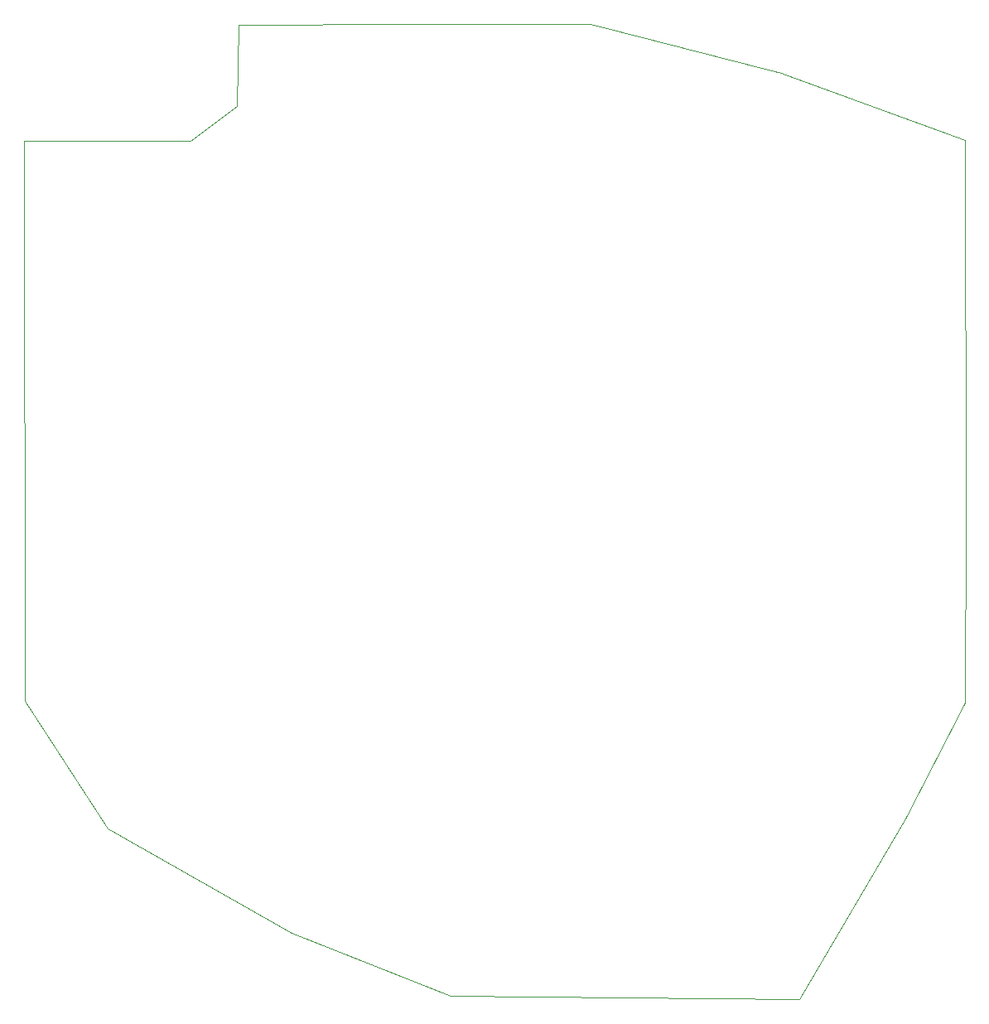
<source format=gbr>
%TF.GenerationSoftware,KiCad,Pcbnew,7.0.8-7.0.8~ubuntu22.04.1*%
%TF.CreationDate,2023-10-30T23:12:38+03:00*%
%TF.ProjectId,Keeb,4b656562-2e6b-4696-9361-645f70636258,rev?*%
%TF.SameCoordinates,Original*%
%TF.FileFunction,Profile,NP*%
%FSLAX46Y46*%
G04 Gerber Fmt 4.6, Leading zero omitted, Abs format (unit mm)*
G04 Created by KiCad (PCBNEW 7.0.8-7.0.8~ubuntu22.04.1) date 2023-10-30 23:12:38*
%MOMM*%
%LPD*%
G01*
G04 APERTURE LIST*
%TA.AperFunction,Profile*%
%ADD10C,0.050000*%
%TD*%
G04 APERTURE END LIST*
D10*
X178930000Y-38860000D02*
X179000000Y-38860000D01*
X198000000Y-45820000D01*
X198100000Y-84360000D01*
X198050000Y-103280000D01*
X191900000Y-115092944D01*
X181130000Y-133600000D01*
X145440000Y-133270000D01*
X129220000Y-126780000D01*
X110430000Y-116120000D01*
X101900000Y-103092944D01*
X101830000Y-45872944D01*
X118830000Y-45872944D01*
X123650000Y-42292944D01*
X123810000Y-33980000D01*
X140760000Y-33962944D01*
X159760000Y-33962944D01*
X178930000Y-38860000D01*
M02*

</source>
